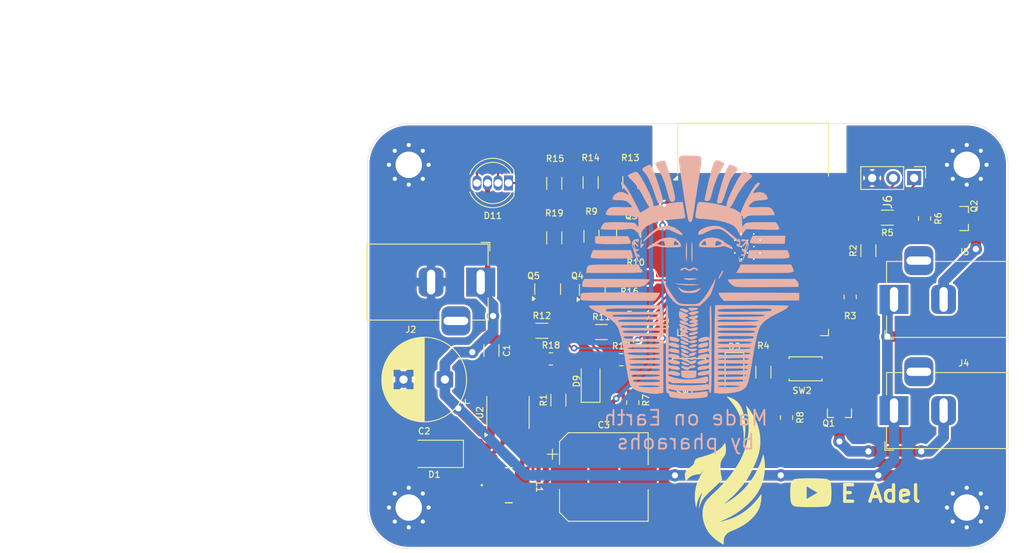
<source format=kicad_pcb>
(kicad_pcb (version 20241229) (generator "pcbnew") (generator_version "9.0")
  (title_block (title "NEON 1M 12V") (date "2025-11-06") (rev "REV1_1"))
  (layers (0 "F.Cu" signal) (2 "B.Cu" signal) (13 "F.Paste" user) (15 "B.Paste" user) (5 "F.SilkS" user "F.Silkscreen") (7 "B.SilkS" user "B.Silkscreen") (1 "F.Mask" user) (3 "B.Mask" user) (25 "Edge.Cuts" user))
  (net 0 "")
  (net 1 "+12V")
  (net 2 "GND")
  (net 3 "+3V3")
  (net 4 "Net-(D1-K)")
  (net 5 "Net-(D5-A)")
  (net 6 "Net-(D9-A)")
  (net 7 "Net-(D11-BK)")
  (net 8 "Net-(D11-RK)")
  (net 9 "Net-(D11-GK)")
  (net 10 "ESP_IO27")
  (net 11 "ESP_IO35")
  (net 12 "ESP_IO25")
  (net 13 "ESP_IO26")
  (net 14 "ESP_EN")
  (net 15 "ESP_IO14")
  (net 16 "ESP_IO33")
  (net 17 "ESP_SVP")
  (net 18 "ESP_IO34")
  (net 19 "ESP_SVN")
  (net 20 "ESP_IO32")
  (net 21 "ESP_IO13")
  (net 22 "ESP_IO12")
  (net 23 "ESP_IO16")
  (net 24 "ESP_IO2")
  (net 25 "ESP_IO22")
  (net 26 "ESP_U0TX")
  (net 27 "ESP_IO5")
  (net 28 "ESP_IO21")
  (net 29 "ESP_IO15")
  (net 30 "ESP_IO4")
  (net 31 "ESP_IO18")
  (net 32 "ESP_IO23")
  (net 33 "ESP_IO19")
  (net 34 "ESP_IO17")
  (net 35 "ESP_IO0")
  (net 36 "ESP_U0RX")
  (net 37 "B_Jack")
  (net 38 "P_Jack")
  (net 39 "Net-(Q1-G)")
  (net 40 "Net-(Q2-G)")
  (net 41 "Net-(Q3-D)")
  (net 42 "Net-(Q3-G)")
  (net 43 "Net-(Q4-D)")
  (net 44 "Net-(Q4-G)")
  (net 45 "Net-(Q5-G)")
  (net 46 "Net-(Q5-D)")
  (net 47 "Net-(R14-Pad2)")
  (net 48 "Net-(R15-Pad2)")
  (footprint "Resistor_SMD:R_0805_2012Metric_Pad1.20x1.40mm_HandSolder" (layer "F.Cu") (at 139.7 58.6)
    (property "Reference" "R17")
    (property "Value" "10k Ohm")
  )
  (footprint "Resistor_SMD:R_1206_3216Metric_Pad1.30x1.75mm_HandSolder" (layer "F.Cu") (at 130.1 55.1)
    (property "Reference" "R12")
    (property "Value" "220 Ohm")
  )
  (footprint "CD43_Inductor:CD43" (layer "F.Cu") (at 126.1 73.8)
    (property "Reference" "L1")
    (property "Value" "47uH / 2A")
  )
  (footprint "Connector_PinHeader_2.54mm:PinHeader_1x03_P2.54mm_Vertical" (layer "F.Cu") (at 175.14 36.6 -90)
    (property "Reference" "J6")
    (property "Value" "Conn_01x03_Pin")
  )
  (footprint "Package_TO_SOT_SMD:SOT-23" (layer "F.Cu") (at 136.2 50.15 90)
    (property "Reference" "Q4")
    (property "Value" "Si2302DS")
  )
  (footprint "Resistor_SMD:R_1206_3216Metric_Pad1.30x1.75mm_HandSolder" (layer "F.Cu") (at 171.9 41.4 180)
    (property "Reference" "R5")
    (property "Value" "100 Ohm")
  )
  (footprint "MountingHole:MountingHole_3.2mm_M3_Pad_Via" (layer "F.Cu") (at 114 76.5)
    (property "Reference" "H4" (hide yes))
    (property "Value" "MountingHole_Pad")
  )
  (footprint "Resistor_SMD:R_1206_3216Metric_Pad1.30x1.75mm_HandSolder" (layer "F.Cu") (at 169.6 45.4 90)
    (property "Reference" "R2")
    (property "Value" "100 Ohm")
  )
  (footprint "Package_SO:SOIC-8_3.9x4.9mm_P1.27mm" (layer "F.Cu") (at 126 65 90)
    (property "Reference" "U2")
    (property "Value" "XL1509-3.3")
  )
  (footprint "Capacitor_SMD:C_1206_3216Metric" (layer "F.Cu") (at 124 57.5 -90)
    (property "Reference" "C1")
    (property "Value" "1 uF")
  )
  (footprint "Resistor_SMD:R_1206_3216Metric_Pad1.30x1.75mm_HandSolder" (layer "F.Cu") (at 132.1 63.5 -90)
    (property "Reference" "R1")
    (property "Value" "820 Ohm")
  )
  (footprint "Capacitor_SMD:CP_Elec_10x10.5" (layer "F.Cu") (at 137.6 72.8)
    (property "Reference" "C3")
    (property "Value" "330uF 50V")
  )
  (footprint "Resistor_SMD:R_0805_2012Metric_Pad1.20x1.40mm_HandSolder" (layer "F.Cu") (at 140.7 52)
    (property "Reference" "R16")
    (property "Value" "10k Ohm")
  )
  (footprint "LED_SMD:LED_1206_3216Metric_Pad1.42x1.75mm_HandSolder" (layer "F.Cu") (at 153.4 60.2 -90)
    (property "Reference" "D5")
    (property "Value" "Red Indicator LED")
  )
  (footprint "custom_SOT23:custom_SOT23" (layer "F.Cu") (at 140.6 43.55)
    (property "Reference" "Q3")
    (property "Value" "Si2302DS")
  )
  (footprint "LED_THT:LED_D5.0mm-4_RGB" (layer "F.Cu") (at 126.07 37.2 180)
    (property "Reference" "D11")
    (property "Value" "LED_BGAR")
  )
  (footprint "MountingHole:MountingHole_3.2mm_M3_Pad_Via" (layer "F.Cu") (at 114 35)
    (property "Reference" "H2")
    (property "Value" "MountingHole_Pad")
  )
  (footprint "Connector_BarrelJack:BarrelJack_Horizontal" (layer "F.Cu") (at 172.7 64.7575 180)
    (property "Reference" "J4")
    (property "Value" "Barrel_Jack_MountingPin")
  )
  (footprint "Resistor_SMD:R_1206_3216Metric_Pad1.30x1.75mm_HandSolder" (layer "F.Cu") (at 131.6 43.85 -90)
    (property "Reference" "R19")
    (property "Value" "300 Ohm")
  )
  (footprint "Diode_SMD:D_SMA" (layer "F.Cu") (at 117.1 70 180)
    (property "Reference" "D1")
    (property "Value" "1N5822")
  )
  (footprint "LOGO" (layer "F.Cu") (at 153 72)
    (property "Reference" "G***" (hide yes))
    (property "Value" "LOGO" (hide yes))
  )
  (footprint "Resistor_SMD:R_1206_3216Metric_Pad1.30x1.75mm_HandSolder" (layer "F.Cu") (at 137.3 55.25)
    (property "Reference" "R11")
    (property "Value" "220 Ohm")
  )
  (footprint "Package_TO_SOT_SMD:SOT-23" (layer "F.Cu") (at 130.8 50.05 90)
    (property "Reference" "Q5")
    (property "Value" "Si2302DS")
  )
  (footprint "Connector_BarrelJack:BarrelJack_Horizontal" (layer "F.Cu") (at 172.7 51.3 180)
    (property "Reference" "J5")
    (property "Value" "Barrel_Jack_MountingPin")
  )
  (footprint "Resistor_SMD:R_1206_3216Metric_Pad1.30x1.75mm_HandSolder" (layer "F.Cu") (at 136.1 43.65 -90)
    (property "Reference" "R9")
    (property "Value" "300 Ohm")
  )
  (footprint "Resistor_SMD:R_0805_2012Metric_Pad1.20x1.40mm_HandSolder" (layer "F.Cu") (at 141.1 63.8 -90)
    (property "Reference" "R7")
    (property "Value" "10k Ohm")
  )
  (footprint "Resistor_SMD:R_1206_3216Metric_Pad1.30x1.75mm_HandSolder" (layer "F.Cu") (at 136 37.15 -90)
    (property "Reference" "R14")
    (property "Value" "300 Ohm")
  )
  (footprint "LED_SMD:LED_1206_3216Metric_Pad1.42x1.75mm_HandSolder" (layer "F.Cu") (at 136 61.3 90)
    (property "Reference" "D9")
    (property "Value" "Red Power LED")
  )
  (footprint "Resistor_SMD:R_0805_2012Metric_Pad1.20x1.40mm_HandSolder" (layer "F.Cu") (at 176.4 41.5 -90)
    (property "Reference" "R6")
    (property "Value" "10k Ohm")
  )
  (footprint "LOGO" (layer "F.Cu") (at 147.819596 48.812477)
    (property "Reference" "G***" (hide yes))
    (property "Value" "LOGO" (hide yes))
  )
  (footprint "LOGO" (layer "F.Cu") (at 162.639016 74.701751)
    (property "Reference" "G***" (hide yes))
    (property "Value" "LOGO" (hide yes))
  )
  (footprint "Resistor_SMD:R_1206_3216Metric_Pad1.30x1.75mm_HandSolder" (layer "F.Cu") (at 131.6 37.25 -90)
    (property "Reference" "R15")
    (property "Value" "300 Ohm")
  )
  (footprint "Resistor_SMD:R_0805_2012Metric_Pad1.20x1.40mm_HandSolder" (layer "F.Cu") (at 131.2 58.5)
    (property "Reference" "R18")
    (property "Value" "10k Ohm")
  )
  (footprint "Resistor_SMD:R_1206_3216Metric_Pad1.30x1.75mm_HandSolder" (layer "F.Cu") (at 156.9 60.1 90)
    (property "Reference" "R4")
    (property "Value" "820 Ohm")
  )
  (footprint "custom_SOT23:custom_SOT23" (layer "F.Cu") (at 166.1 64.8 180)
    (property "Reference" "Q1")
    (property "Value" "IRLML2502TRPBF")
  )
  (footprint "Resistor_SMD:R_1206_3216Metric_Pad1.30x1.75mm_HandSolder" (layer "F.Cu") (at 140.8 37.15 -90)
    (property "Reference" "R13")
    (property "Value" "680 Ohm")
  )
  (footprint "TS_button_3_4_2:TS_button_3_4_2" (layer "F.Cu") (at 162 59.7 180)
    (property "Reference" "SW2")
    (property "Value" "SW_Push")
  )
  (footprint "Connector_BarrelJack:BarrelJack_Horizontal" (layer "F.Cu") (at 122.7 49.2)
    (property "Reference" "J2")
    (property "Value" "Barrel_Jack_MountingPin")
  )
  (footprint "Resistor_SMD:R_0805_2012Metric_Pad1.20x1.40mm_HandSolder" (layer "F.Cu") (at 159.7 65.6 -90)
    (property "Reference" "R8")
    (property "Value" "10k Ohm")
  )
  (footprint "MountingHole:MountingHole_3.2mm_M3_Pad_Via" (layer "F.Cu") (at 181.5 76.5)
    (property "Reference" "H3" (hide yes))
    (property "Value" "MountingHole_Pad")
  )
  (footprint "Resistor_SMD:R_1206_3216Metric_Pad1.30x1.75mm_HandSolder" (layer "F.Cu") (at 141.45 48.65)
    (property "Reference" "R10")
    (property "Value" "220 Ohm")
  )
  (footprint "Capacitor_THT:CP_Radial_D10.0mm_P5.00mm" (layer "F.Cu") (at 118.367677 61 180)
    (property "Reference" "C2")
    (property "Value" "470uF 35V")
  )
  (footprint "custom_SOT23:custom_SOT23" (layer "F.Cu") (at 180.9 41.5 -90)
    (property "Reference" "Q2")
    (property "Value" "IRLML2502TRPBF")
  )
  (footprint "TS_button_3_4_2:TS_button_3_4_2" (layer "F.Cu") (at 147.9 59.9 180)
    (property "Reference" "SW1")
    (property "Value" "SW_Push")
  )
  (footprint "MountingHole:MountingHole_3.2mm_M3_Pad_Via" (layer "F.Cu") (at 181.5 35)
    (property "Reference" "H1")
    (property "Value" "MountingHole_Pad")
  )
  (footprint "RF_Module:ESP32-WROOM-32" (layer "F.Cu") (at 155.655 45.81)
    (property "Reference" "U1")
    (property "Value" "ESP32-WROOM-32")
  )
  (footprint "Resistor_SMD:R_0805_2012Metric_Pad1.20x1.40mm_HandSolder" (layer "F.Cu") (at 167.4 51 -90)
    (property "Reference" "R3")
    (property "Value" "10k Ohm")
  )
  (gr_arc (start 181.5 30) (mid 185.035534 31.464466) (end 186.5 35) (stroke (width 0.05)) (layer "Edge.Cuts"))
  (gr_arc (start 186.5 76.5) (mid 185.035534 80.035534) (end 181.5 81.5) (stroke (width 0.05)) (layer "Edge.Cuts"))
  (gr_line (start 109 76.5) (end 109 35) (stroke (width 0.05)) (layer "Edge.Cuts"))
  (gr_line (start 186.5 35) (end 186.5 76.5) (stroke (width 0.05)) (layer "Edge.Cuts"))
  (gr_line (start 114 30) (end 181.5 30) (stroke (width 0.05)) (layer "Edge.Cuts"))
  (gr_arc (start 109 35) (mid 110.464466 31.464466) (end 114 30) (stroke (width 0.05)) (layer "Edge.Cuts"))
  (gr_line (start 181.5 81.5) (end 114 81.5) (stroke (width 0.05)) (layer "Edge.Cuts"))
  (gr_arc (start 114 81.5) (mid 110.464466 80.035534) (end 109 76.5) (stroke (width 0.05)) (layer "Edge.Cuts"))
  (gr_text "E Adel" (at 166 76 0) (layer "F.SilkS") (effects (font (size 2 2) (thickness 0.4) (bold yes)) (justify left bottom)))
  (gr_text "Made on Earth\nby pharaohs" (at 147.5 67.1 0) (layer "B.SilkS") (effects (font (size 1.8 1.8) (thickness 0.225)) (justify mirror)))
  (segment (start 119.99 64.49) (end 122.8 67.3) (width 1.27) (layer "F.Cu") (net 1))
  (segment (start 124.2 55.825) (end 124 56.025) (width 1.27) (layer "F.Cu") (net 1))
  (segment (start 119.716162 57.683838) (end 121.683838 57.683838) (width 1.27) (layer "F.Cu") (net 1))
  (segment (start 171.9 55.8) (end 179.2 55.8) (width 1.27) (layer "F.Cu") (net 1))
  (segment (start 123.53 37.2) (end 123.53 48.37) (width 0.635) (layer "F.Cu") (net 1))
  (segment (start 122.7 50.5) (end 124.2 52) (width 1.27) (layer "F.Cu") (net 1))
  (segment (start 118.367677 59.032323) (end 119.716162 57.683838) (width 1.27) (layer "F.Cu") (net 1))
  (segment (start 119.99 64.49) (end 118.367677 62.867677) (width 1.27) (layer "F.Cu") (net 1))
  (segment (start 118.367677 61) (end 118.367677 59.032323) (width 1.27) (layer "F.Cu") (net 1))
  (segment (start 123.7 67.3) (end 123.7 67.9) (width 1.27) (layer "F.Cu") (net 1))
  (segment (start 122.7 49.2) (end 122.7 50.5) (width 1.27) (layer "F.Cu") (net 1))
  (segment (start 171.9 63.9575) (end 172.7 64.7575) (width 1.27) (layer "F.Cu") (net 1))
  (segment (start 171.9 52.1) (end 172.7 51.3) (width 1.27) (layer "F.Cu") (net 1))
  (segment (start 179.2 55.8) (end 183.3 59.9) (width 1.27) (layer "F.Cu") (net 1))
  (segment (start 171.9 55.8) (end 171.9 52.1) (width 1.27) (layer "F.Cu") (net 1))
  (segment (start 118.367677 61) (end 118.4 61) (width 1.27) (layer "F.Cu") (net 1))
  (segment (start 124.2 52) (end 124.2 55.825) (width 1.27) (layer "F.Cu") (net 1))
  (segment (start 118.367677 62.867677) (end 118.367677 61) (width 1.27) (layer "F.Cu") (net 1))
  (segment (start 171.9 55.8) (end 171.9 63.9575) (width 1.27) (layer "F.Cu") (net 1))
  (segment (start 183.3 59.9) (end 183.3 67.5) (width 1.27) (layer "F.Cu") (net 1))
  (segment (start 122.8 67.3) (end 123.7 67.3) (width 1.27) (layer "F.Cu") (net 1))
  (segment (start 159 72.6) (end 170.8 72.6) (width 1.27) (layer "F.Cu") (net 1))
  (segment (start 123.342676 56.025) (end 121.683838 57.683838) (width 1.27) (layer "F.Cu") (net 1))
  (segment (start 124 56.025) (end 123.342676 56.025) (width 1.27) (layer "F.Cu") (net 1))
  (segment (start 183.3 67.5) (end 178.2 72.6) (width 1.27) (layer "F.Cu") (net 1))
  (segment (start 178.2 72.6) (end 170.8 72.6) (width 1.27) (layer "F.Cu") (net 1))
  (segment (start 146.2 72.6) (end 159 72.6) (width 1.27) (layer "F.Cu") (net 1))
  (segment (start 123.53 48.37) (end 122.7 49.2) (width 0.635) (layer "F.Cu") (net 1))
  (via (at 146.2 72.6) (size 1.5) (drill 0.75) (layers "F.Cu" "B.Cu") (net 1))
  (via (at 124.2 53.3) (size 1.5) (drill 0.75) (layers "F.Cu" "B.Cu") (net 1))
  (via (at 171.9 55.8) (size 1.5) (drill 0.75) (layers "F.Cu" "B.Cu") (net 1))
  (via (at 159 72.6) (size 1.5) (drill 0.75) (layers "F.Cu" "B.Cu") (net 1))
  (via (at 121.683838 57.683838) (size 1.5) (drill 0.75) (layers "F.Cu" "B.Cu") (net 1))
  (via (at 170.8 72.6) (size 1.5) (drill 0.75) (layers "F.Cu" "B.Cu") (net 1))
  (via (at 119.99 64.49) (size 1.5) (drill 0.75) (layers "F.Cu" "B.Cu") (net 1))
  (segment (start 121.683838 57.683838) (end 121.667676 57.7) (width 1.27) (layer "B.Cu") (net 1))
  (segment (start 118.367677 59.032323) (end 119.716162 57.683838) (width 1.27) (layer "B.Cu") (net 1))
  (segment (start 124.2 52) (end 122.7 50.5) (width 1.27) (layer "B.Cu") (net 1))
  (segment (start 122.7 50.5) (end 122.7 49.2) (width 1.27) (layer "B.Cu") (net 1))
  (segment (start 171.9 52.1) (end 172.7 51.3) (width 1.27) (layer "B.Cu") (net 1))
  (segment (start 121.683838 57.683838) (end 124.2 55.167677) (width 1.27) (layer "B.Cu") (net 1))
  (segment (start 118.367677 62.867677) (end 118.367677 61) (width 1.27) (layer "B.Cu") (net 1))
  (segment (start 170.8 72.6) (end 172.7 70.7) (width 1.27) (layer "B.Cu") (net 1))
  (segment (start 171.9 55.8) (end 171.9 63.9575) (width 1.27) (layer "B.Cu") (net 1))
  (segment (start 119.99 64.49) (end 120.09 64.49) (width 1.27) (layer "B.Cu") (net 1))
  (segment (start 119.99 64.49) (end 118.367677 62.867677) (width 1.27) (layer "B.Cu") (net 1))
  (segment (start 119.716162 57.683838) (end 121.683838 57.683838) (width 1.27) (layer "B.Cu") (net 1))
  (segment (start 124.2 55.167677) (end 124.2 53.3) (width 1.27) (layer "B.Cu") (net 1))
  (segment (start 172.7 70.7) (end 172.7 64.7575) (width 1.27) (layer "B.Cu") (net 1))
  (segment (start 124.2 53.3) (end 124.2 52) (width 1.27) (layer "B.Cu") (net 1))
  (segment (start 172.7 64.7575) (end 171.9 63.9575) (width 1.27) (layer "B.Cu") (net 1))
  (segment (start 128.2 72.6) (end 170.8 72.6) (width 1.27) (layer "B.Cu") (net 1))
  (segment (start 120.09 64.49) (end 128.2 72.6) (width 1.27) (layer "B.Cu") (net 1))
  (segment (start 171.9 55.8) (end 171.9 52.1) (width 1.27) (layer "B.Cu") (net 1))
  (segment (start 118.367677 61) (end 118.367677 59.032323) (width 1.27) (layer "B.Cu") (net 1))
  (segment (start 126.635 68.449999) (end 127.7256 69.540599) (width 0.508) (layer "F.Cu") (net 3))
  (segment (start 138.7 65) (end 138.7 63.7) (width 0.508) (layer "F.Cu") (net 3))
  (segment (start 146.835 38.9) (end 146.905 38.83) (width 0.508) (layer "F.Cu") (net 3))
  (segment (start 144.9 39.9) (end 145.9 38.9) (width 0.508) (layer "F.Cu") (net 3))
  (segment (start 138.7 63.7) (end 139.1 63.3) (width 0.508) (layer "F.Cu") (net 3))
  (segment (start 126.635 67.475) (end 126.635 68.449999) (width 0.508) (layer "F.Cu") (net 3))
  (segment (start 127.7256 69.540599) (end 127.7256 73.8) (width 0.508) (layer "F.Cu") (net 3))
  (segment (start 145.9 38.9) (end 146.835 38.9) (width 0.508) (layer "F.Cu") (net 3))
  (segment (start 149.3 66.6) (end 147.5 64.8) (width 0.508) (layer "F.Cu") (net 3))
  (segment (start 138.7 65) (end 140.9 65) (width 0.508) (layer "F.Cu") (net 3))
  (segment (start 147.5 64.8) (end 141.1 64.8) (width 0.508) (layer "F.Cu") (net 3))
  (segment (start 130.2 73.8) (end 131.2 72.8) (width 0.508) (layer "F.Cu") (net 3))
  (segment (start 131.2 72.8) (end 133.4 72.8) (width 0.508) (layer "F.Cu") (net 3))
  (segment (start 129.7 67.45) (end 132.1 65.05) (width 0.508) (layer "F.Cu") (net 3))
  (segment (start 132.1 65.05) (end 132.15 65) (width 0.508) (layer "F.Cu") (net 3))
  (segment (start 159.7 66.6) (end 149.3 66.6) (width 0.508) (layer "F.Cu") (net 3))
  (segment (start 129.7 73.8) (end 129.7 67.45) (width 0.508) (layer "F.Cu") (net 3))
  (segment (start 127.7256 73.8) (end 129.7 73.8) (width 0.508) (layer "F.Cu") (net 3))
  (segment (start 140.9 65) (end 141.1 64.8) (width 0.508) (layer "F.Cu") (net 3))
  (segment (start 127.7256 73.8) (end 130.2 73.8) (width 0.508) (layer "F.Cu") (net 3))
  (segment (start 132.15 65) (end 138.7 65) (width 0.508) (layer "F.Cu") (net 3))
  (via (at 144.9 39.9) (size 0.8) (drill 0.4) (layers "F.Cu" "B.Cu") (net 3))
  (via (at 139.1 63.3) (size 0.8) (drill 0.4) (layers "F.Cu" "B.Cu") (net 3))
  (segment (start 143.3 41.5) (end 144.9 39.9) (width 0.508) (layer "B.Cu") (net 3))
  (segment (start 143.3 59.1) (end 143.3 41.5) (width 0.508) (layer "B.Cu") (net 3))
  (segment (start 139.1 63.3) (end 143.3 59.1) (width 0.508) (layer "B.Cu") (net 3))
  (segment (start 124.1 70) (end 125.365 68.735) (width 0.508) (layer "F.Cu") (net 4))
  (segment (start 124.4744 73.8) (end 124.4744 70.3744) (width 0.508) (layer "F.Cu") (net 4))
  (segment (start 125.365 68.735) (end 125.365 67.475) (width 0.508) (layer "F.Cu") (net 4))
  (segment (start 124.4744 70.3744) (end 124.1 70) (width 0.508) (layer "F.Cu") (net 4))
  (segment (start 119.1 70) (end 124.1 70) (width 0.508) (layer "F.Cu") (net 4))
  (segment (start 153.4 61.6875) (end 156.8625 61.6875) (width 0.254) (layer "F.Cu") (net 5))
  (segment (start 156.8625 61.6875) (end 156.9 61.65) (width 0.254) (layer "F.Cu") (net 5))
  (segment (start 133.6875 59.8125) (end 136 59.8125) (width 0.254) (layer "F.Cu") (net 6))
  (segment (start 132.1 61.4) (end 133.6875 59.8125) (width 0.254) (layer "F.Cu") (net 6))
  (segment (start 132.1 61.95) (end 132.1 61.4) (width 0.254) (layer "F.Cu") (net 6))
  (segment (start 126.07 37.2) (end 128.9 37.2) (width 0.254) (layer "F.Cu") (net 7))
  (segment (start 130.4 35.7) (end 131.6 35.7) (width 0.254) (layer "F.Cu") (net 7))
  (segment (start 128.9 37.2) (end 130.4 35.7) (width 0.254) (layer "F.Cu") (net 7))
  (segment (start 122.26 37.2) (end 122.26 35.64) (width 0.254) (layer "F.Cu") (net 8))
  (segment (start 122.26 35.64) (end 126.2 31.7) (width 0.254) (layer "F.Cu") (net 8))
  (segment (start 126.2 31.7) (end 136.9 31.7) (width 0.254) (layer "F.Cu") (net 8))
  (segment (start 136.9 31.7) (end 140.8 35.6) (width 0.254) (layer "F.Cu") (net 8))
  (segment (start 133.7 33.3) (end 136 35.6) (width 0.254) (layer "F.Cu") (net 9))
  (segment (start 124.8 35.8) (end 127.3 33.3) (width 0.254) (layer "F.Cu") (net 9))
  (segment (start 127.3 33.3) (end 133.7 33.3) (width 0.254) (layer "F.Cu") (net 9))
  (segment (start 124.8 37.2) (end 124.8 35.8) (width 0.254) (layer "F.Cu") (net 9))
  (segment (start 133.75 57.2) (end 131.65 55.1) (width 0.254) (layer "F.Cu") (net 10))
  (segment (start 141.7 56.2) (end 146.37 51.53) (width 0.254) (layer "F.Cu") (net 10))
  (segment (start 146.37 51.53) (end 146.905 51.53) (width 0.254) (layer "F.Cu") (net 10))
  (segment (start 134 57.2) (end 133.75 57.2) (width 0.254) (layer "F.Cu") (net 10))
  (via (at 134 57.2) (size 0.8) (drill 0.4) (layers "F.Cu" "B.Cu") (net 10))
  (via (at 141.7 56.2) (size 0.8) (drill 0.4) (layers "F.Cu" "B.Cu") (net 10))
  (segment (start 141.7 56.2) (end 140.7 57.2) (width 0.254) (layer "B.Cu") (net 10))
  (segment (start 140.7 57.2) (end 134 57.2) (width 0.254) (layer "B.Cu") (net 10))
  (segment (start 146.905 48.99) (end 143.34 48.99) (width 0.254) (layer "F.Cu") (net 12))
  (segment (start 143.34 48.99) (end 143 48.65) (width 0.254) (layer "F.Cu") (net 12))
  (segment (start 145.84 50.26) (end 146.905 50.26) (width 0.254) (layer "F.Cu") (net 13))
  (segment (start 140.85 55.25) (end 145.84 50.26) (width 0.254) (layer "F.Cu") (net 13))
  (segment (start 138.85 55.25) (end 140.85 55.25) (width 0.254) (layer "F.Cu") (net 13))
  (segment (start 141.1 62.8) (end 141.2 62.8) (width 0.254) (layer "F.Cu") (net 14))
  (segment (start 144.7 56.7) (end 144.7 56) (width 0.254) (layer "F.Cu") (net 14))
  (segment (start 144.7 41.6) (end 146.2 40.1) (width 0.254) (layer "F.Cu") (net 14))
  (segment (start 144.7 42.3) (end 144.7 41.6) (width 0.254) (layer "F.Cu") (net 14))
  (segment (start 145.825 59.9) (end 145.825 57.825) (width 0.254) (layer "F.Cu") (net 14))
  (segment (start 141.2 62.8) (end 144.1 59.9) (width 0.254) (layer "F.Cu") (net 14))
  (segment (start 145.825 57.825) (end 145 57) (width 0.254) (layer "F.Cu") (net 14))
  (segment (start 145 57) (end 144.7 56.7) (width 0.254) (layer "F.Cu") (net 14))
  (segment (start 146.2 40.1) (end 146.905 40.1) (width 0.254) (layer "F.Cu") (net 14))
  (segment (start 144.1 59.9) (end 145.825 59.9) (width 0.254) (layer "F.Cu") (net 14))
  (via (at 144.7 56) (size 0.8) (drill 0.4) (layers "F.Cu" "B.Cu") (net 14))
  (via (at 144.7 42.3) (size 0.8) (drill 0.4) (layers "F.Cu" "B.Cu") (net 14))
  (segment (start 144.7 56) (end 144.7 42.3) (width 0.254) (layer "B.Cu") (net 14))
  (segment (start 157.9937 58.55) (end 159.5437 57) (width 0.254) (layer "F.Cu") (net 24))
  (segment (start 156.9 58.55) (end 157.9937 58.55) (width 0.254) (layer "F.Cu") (net 24))
  (segment (start 161.3 55.3963) (end 161.2237 55.32) (width 0.254) (layer "F.Cu") (net 24))
  (segment (start 159.5437 57) (end 160.4 57) (width 0.254) (layer "F.Cu") (net 24))
  (segment (start 161.2237 55.32) (end 161.375 55.32) (width 0.254) (layer "F.Cu") (net 24))
  (segment (start 161.3 56.1) (end 161.3 55.3963) (width 0.254) (layer "F.Cu") (net 24))
  (segment (start 160.4 57) (end 161.3 56.1) (width 0.254) (layer "F.Cu") (net 24))
  (segment (start 168.5 38.4) (end 171.7 38.4) (width 0.254) (layer "F.Cu") (net 26))
  (segment (start 164.405 41.37) (end 165.53 41.37) (width 0.254) (layer "F.Cu") (net 26))
  (segment (start 171.7 38.4) (end 172.6 37.5) (width 0.254) (layer "F.Cu") (net 26))
  (segment (start 165.53 41.37) (end 168.5 38.4) (width 0.254) (layer "F.Cu") (net 26))
  (segment (start 172.6 37.5) (end 172.6 36.6) (width 0.254) (layer "F.Cu") (net 26))
  (segment (start 169.35 43.85) (end 165.48 47.72) (width 0.254) (layer "F.Cu") (net 31))
  (segment (start 169.6 43.85) (end 169.35 43.85) (width 0.254) (layer "F.Cu") (net 31))
  (segment (start 165.48 47.72) (end 164.405 47.72) (width 0.254) (layer "F.Cu") (net 31))
  (segment (start 166.4 45.459) (end 166.4 43.6) (width 0.254) (layer "F.Cu") (net 33))
  (segment (start 168.6 41.4) (end 170.35 41.4) (width 0.254) (layer "F.Cu") (net 33))
  (segment (start 166.4 43.6) (end 168.6 41.4) (width 0.254) (layer "F.Cu") (net 33))
  (segment (start 164.405 46.45) (end 165.409 46.45) (width 0.254) (layer "F.Cu") (net 33))
  (segment (start 165.409 46.45) (end 166.4 45.459) (width 0.254) (layer "F.Cu") (net 33))
  (segment (start 164.405 54.795) (end 159.925 59.275) (width 0.254) (layer "F.Cu") (net 35))
  (segment (start 159.925 59.7) (end 159.925 64.375) (width 0.254) (layer "F.Cu") (net 35))
  (segment (start 159.925 64.375) (end 159.7 64.6) (width 0.254) (layer "F.Cu") (net 35))
  (segment (start 159.925 59.275) (end 159.925 59.7) (width 0.254) (layer "F.Cu") (net 35))
  (segment (start 164.405 54.07) (end 164.405 54.795) (width 0.254) (layer "F.Cu") (net 35))
  (segment (start 173.3 39.3) (end 169.2 39.3) (width 0.254) (layer "F.Cu") (net 36))
  (segment (start 175.14 37.46) (end 173.3 39.3) (width 0.254) (layer "F.Cu") (net 36))
  (segment (start 169.2 39.3) (end 165.86 42.64) (width 0.254) (layer "F.Cu") (net 36))
  (segment (start 165.86 42.64) (end 164.405 42.64) (width 0.254) (layer "F.Cu") (net 36))
  (segment (start 175.14 36.6) (end 175.14 37.46) (width 0.254) (layer "F.Cu") (net 36))
  (segment (start 178.7 64.7575) (end 178.7 68) (width 1.27) (layer "F.Cu") (net 37))
  (segment (start 178.7 68) (end 177 69.7) (width 1.27) (layer "F.Cu") (net 37))
  (segment (start 177 69.7) (end 176 69.7) (width 1.27) (layer "F.Cu") (net 37))
  (segment (start 167.3 69.7) (end 166.1 68.5) (width 1.27) (layer "F.Cu") (net 37))
  (segment (start 166.1 68.5) (end 166.1 65.86) (width 1.27) (layer "F.Cu") (net 37))
  (segment (start 176 69.7) (end 169.6 69.7) (width 1.27) (layer "F.Cu") (net 37))
  (segment (start 169.6 69.7) (end 167.3 69.7) (width 1.27) (layer "F.Cu") (net 37))
  (via (at 169.6 69.7) (size 1.5) (drill 0.75) (layers "F.Cu" "B.Cu") (net 37))
  (via (at 166.1 68.5) (size 1.5) (drill 0.75) (layers "F.Cu" "B.Cu") (net 37))
  (via (at 176 69.7) (size 1.5) (drill 0.75) (layers "F.Cu" "B.Cu") (net 37))
  (segment (start 177 69.7) (end 176 69.7) (width 1.27) (layer "B.Cu") (net 37))
  (segment (start 169.6 69.7) (end 167.3 69.7) (width 1.27) (layer "B.Cu") (net 37))
  (segment (start 167.3 69.7) (end 166.1 68.5) (width 1.27) (layer "B.Cu") (net 37))
  (segment (start 178.7 68) (end 177 69.7) (width 1.27) (layer "B.Cu") (net 37))
  (segment (start 178.7 64.7575) (end 178.7 68) (width 1.27) (layer "B.Cu") (net 37))
  (segment (start 178.7 49.1) (end 178.7 51.3) (width 1.27) (layer "F.Cu") (net 38))
  (segment (start 181.96 41.5) (end 182 41.5) (width 1.27) (layer "F.Cu") (net 38))
  (segment (start 182.6 42.1) (end 182.6 45.2) (width 1.27) (layer "F.Cu") (net 38))
  (segment (start 182.6 45.2) (end 178.7 49.1) (width 1.27) (layer "F.Cu") (net 38))
  (segment (start 182 41.5) (end 182.6 42.1) (width 1.27) (layer "F.Cu") (net 38))
  (via (at 182.6 45.2) (size 1.5) (drill 0.75) (layers "F.Cu" "B.Cu") (net 38))
  (segment (start 178.7 49.1) (end 182.6 45.2) (width 1.27) (layer "B.Cu") (net 38))
  (segment (start 178.7 51.3) (end 178.7 49.1) (width 1.27) (layer "B.Cu") (net 38))
  (segment (start 167.05 58.85) (end 167.05 63.74) (width 0.254) (layer "F.Cu") (net 39))
  (segment (start 167.4 50) (end 168.2 50) (width 0.254) (layer "F.Cu") (net 39))
  (segment (start 168.9 50.7) (end 168.9 57) (width 0.254) (layer "F.Cu") (net 39))
  (segment (start 167.4 48.2) (end 167.4 50) (width 0.254) (layer "F.Cu") (net 39))
  (segment (start 169.6 46.95) (end 168.65 46.95) (width 0.254) (layer "F.Cu") (net 39))
  (segment (start 168.2 50) (end 168.9 50.7) (width 0.254) (layer "F.Cu") (net 39))
  (segment (start 168.9 57) (end 167.05 58.85) (width 0.254) (layer "F.Cu") (net 39))
  (segment (start 168.65 46.95) (end 167.4 48.2) (width 0.254) (layer "F.Cu") (net 39))
  (segment (start 174.6 41.4) (end 175.5 40.5) (width 0.254) (layer "F.Cu") (net 40))
  (segment (start 176.45 40.55) (end 176.4 40.5) (width 0.254) (layer "F.Cu") (net 40))
  (segment (start 175.5 40.5) (end 176.4 40.5) (width 0.254) (layer "F.Cu") (net 40))
  (segment (start 173.45 41.4) (end 174.6 41.4) (width 0.254) (layer "F.Cu") (net 40))
  (segment (start 179.84 40.55) (end 176.45 40.55) (width 0.254) (layer "F.Cu") (net 40))
  (segment (start 140.6 42.49) (end 140.6 38.9) (width 0.254) (layer "F.Cu") (net 41))
  (segment (start 140.6 38.9) (end 140.8 38.7) (width 0.254) (layer "F.Cu") (net 41))
  (segment (start 139.6 48.35) (end 139.6 44.66) (width 0.254) (layer "F.Cu") (net 42))
  (segment (start 139.6 44.66) (end 139.65 44.61) (width 0.254) (layer "F.Cu") (net 42))
  (segment (start 139.7 52) (end 139.7 50.6) (width 0.254) (layer "F.Cu") (net 42))
  (segment (start 139.9 50.4) (end 139.9 48.65) (width 0.254) (layer "F.Cu") (net 42))
  (segment (start 139.7 50.6) (end 139.9 50.4) (width 0.254) (layer "F.Cu") (net 42))
  (segment (start 139.65 44.61) (end 139.65 44.65) (width 0.254) (layer "F.Cu") (net 42))
  (segment (start 139.9 48.65) (end 139.6 48.35) (width 0.254) (layer "F.Cu") (net 42))
  (segment (start 136.1 48.95) (end 136.2 49.05) (width 0.254) (layer "F.Cu") (net 43))
  (segment (start 136.1 45.2) (end 136.1 48.95) (width 0.254) (layer "F.Cu") (net 43))
  (segment (start 138.7 58.6) (end 138 58.6) (width 0.254) (layer "F.Cu") (net 44))
  (segment (start 138 58.6) (end 135.75 56.35) (width 0.254) (layer "F.Cu") (net 44))
  (segment (start 135.75 53.55) (end 135.25 53.05) (width 0.254) (layer "F.Cu") (net 44))
  (segment (start 135.75 55.25) (end 135.75 53.55) (width 0.254) (layer "F.Cu") (net 44))
  (segment (start 135.75 56.35) (end 135.75 55.25) (width 0.254) (layer "F.Cu") (net 44))
  (segment (start 135.25 53.05) (end 135.25 51.25) (width 0.254) (layer "F.Cu") (net 44))
  (segment (start 128.55 53.55) (end 128.55 55.1) (width 0.254) (layer "F.Cu") (net 45))
  (segment (start 129.2 58.5) (end 128.5 57.8) (width 0.254) (layer "F.Cu") (net 45))
  (segment (start 129.85 51.15) (end 129.85 52.25) (width 0.254) (layer "F.Cu") (net 45))
  (segment (start 128.5 55.15) (end 128.55 55.1) (width 0.254) (layer "F.Cu") (net 45))
  (segment (start 128.5 57.8) (end 128.5 55.15) (width 0.254) (layer "F.Cu") (net 45))
  (segment (start 129.85 52.25) (end 128.55 53.55) (width 0.254) (layer "F.Cu") (net 45))
  (segment (start 130.2 58.5) (end 129.2 58.5) (width 0.254) (layer "F.Cu") (net 45))
  (segment (start 131.6 48.15) (end 130.8 48.95) (width 0.254) (layer "F.Cu") (net 46))
  (segment (start 131.6 45.4) (end 131.6 48.15) (width 0.254) (layer "F.Cu") (net 46))
  (segment (start 136.1 38.8) (end 136 38.7) (width 0.254) (layer "F.Cu") (net 47))
  (segment (start 136.1 42.1) (end 136.1 38.8) (width 0.254) (layer "F.Cu") (net 47))
  (segment (start 131.6 42.3) (end 131.6 38.8) (width 0.254) (layer "F.Cu") (net 48))
  (zone (net 2) (net_name "GND") (layers "F.Cu" "B.Cu") (connect_pads (clearance 0.254)) (min_thickness 0.254) (fill yes (thermal_gap 0.254) (thermal_bridge_width 1.016))
    (polygon (pts (xy 108 29) (xy 187 29) (xy 187 82) (xy 108 82)))
  )
)
</source>
